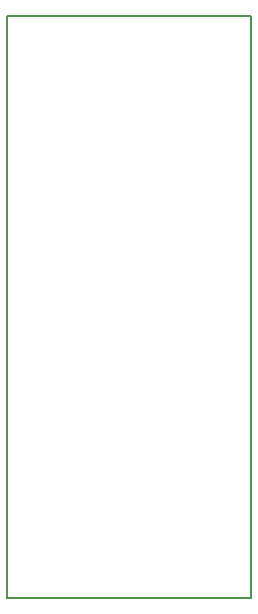
<source format=gm1>
G04 #@! TF.FileFunction,Profile,NP*
%FSLAX46Y46*%
G04 Gerber Fmt 4.6, Leading zero omitted, Abs format (unit mm)*
G04 Created by KiCad (PCBNEW 4.0.2+dfsg1-stable) date Mon 26 Aug 2019 07:35:53 PM UTC*
%MOMM*%
G01*
G04 APERTURE LIST*
%ADD10C,0.100000*%
%ADD11C,0.200000*%
G04 APERTURE END LIST*
D10*
D11*
X140660000Y-119300000D02*
X140660000Y-70000000D01*
X140660000Y-70000000D02*
X161300000Y-70000000D01*
X161300000Y-119300000D02*
X161300000Y-70000000D01*
X140660000Y-119300000D02*
X161290000Y-119300000D01*
M02*

</source>
